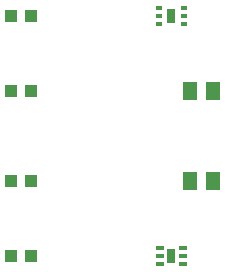
<source format=gbr>
G04 EAGLE Gerber RS-274X export*
G75*
%MOMM*%
%FSLAX34Y34*%
%LPD*%
%INSolderpaste Top*%
%IPPOS*%
%AMOC8*
5,1,8,0,0,1.08239X$1,22.5*%
G01*
%ADD10R,1.300000X1.500000*%
%ADD11R,0.750000X0.300000*%
%ADD12R,0.660400X1.270000*%
%ADD13R,0.600000X0.350000*%
%ADD14R,0.635000X1.270000*%
%ADD15R,1.000000X1.100000*%


D10*
X339700Y162400D03*
X320700Y162400D03*
X339700Y238600D03*
X320700Y238600D03*
D11*
X314800Y92400D03*
X314800Y98900D03*
X314800Y105400D03*
X294800Y105400D03*
X294800Y98900D03*
X294800Y92400D03*
D12*
X304800Y98900D03*
D13*
X294300Y308600D03*
X294300Y302100D03*
X294300Y295600D03*
X315300Y295600D03*
X315300Y302100D03*
X315300Y308600D03*
D14*
X304800Y302100D03*
D15*
X169300Y98900D03*
X186300Y98900D03*
X169300Y162400D03*
X186300Y162400D03*
X169300Y238600D03*
X186300Y238600D03*
X169300Y302100D03*
X186300Y302100D03*
M02*

</source>
